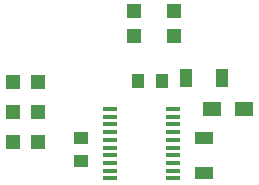
<source format=gtp>
G04 #@! TF.FileFunction,Paste,Top*
%FSLAX46Y46*%
G04 Gerber Fmt 4.6, Leading zero omitted, Abs format (unit mm)*
G04 Created by KiCad (PCBNEW 0.201508140901+6091~28~ubuntu14.04.1-product) date Mon 19 Oct 2015 05:24:07 PM CEST*
%MOMM*%
G01*
G04 APERTURE LIST*
%ADD10C,0.100000*%
%ADD11R,1.000000X1.250000*%
%ADD12R,1.000000X1.600000*%
%ADD13R,1.250000X1.000000*%
%ADD14R,1.600000X1.000000*%
%ADD15R,1.270000X0.406400*%
%ADD16R,1.198880X1.198880*%
%ADD17R,1.500000X1.300000*%
G04 APERTURE END LIST*
D10*
D11*
X161782000Y-86868000D03*
X159782000Y-86868000D03*
D12*
X163854000Y-86614000D03*
X166854000Y-86614000D03*
D13*
X154940000Y-91710000D03*
X154940000Y-93710000D03*
D14*
X165354000Y-91718000D03*
X165354000Y-94718000D03*
D15*
X157353000Y-89281000D03*
X157353000Y-89916000D03*
X157353000Y-90576400D03*
X157353000Y-91236800D03*
X157353000Y-91871800D03*
X157353000Y-92532200D03*
X157353000Y-93192600D03*
X157353000Y-93827600D03*
X157353000Y-94488000D03*
X157353000Y-95123000D03*
X162687000Y-95123000D03*
X162687000Y-94488000D03*
X162687000Y-93827600D03*
X162687000Y-93192600D03*
X162687000Y-92532200D03*
X162687000Y-91871800D03*
X162687000Y-91236800D03*
X162687000Y-90576400D03*
X162687000Y-89916000D03*
X162687000Y-89281000D03*
D16*
X159385000Y-80992980D03*
X159385000Y-83091020D03*
X162814000Y-80992980D03*
X162814000Y-83091020D03*
X149191980Y-92075000D03*
X151290020Y-92075000D03*
X149191980Y-89535000D03*
X151290020Y-89535000D03*
X149191980Y-86995000D03*
X151290020Y-86995000D03*
D17*
X166036000Y-89281000D03*
X168736000Y-89281000D03*
M02*

</source>
